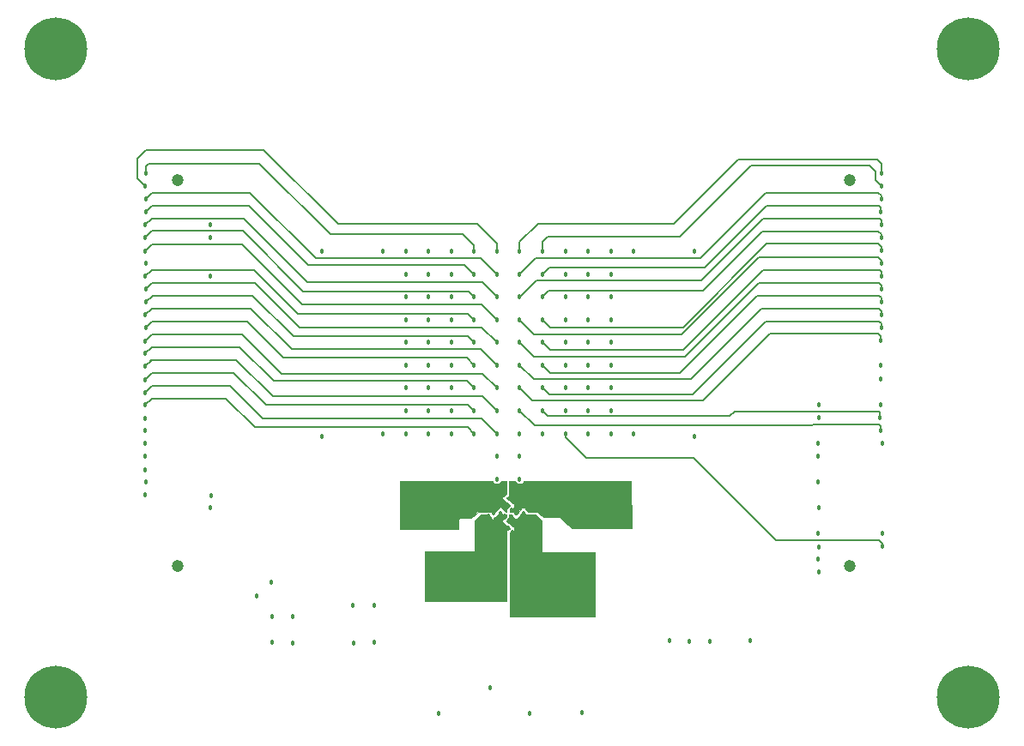
<source format=gbr>
G04 #@! TF.GenerationSoftware,KiCad,Pcbnew,5.1.5+dfsg1-2build2*
G04 #@! TF.CreationDate,2020-09-29T14:15:32-07:00*
G04 #@! TF.ProjectId,PD_ElectrodeBoard_v4,50445f45-6c65-4637-9472-6f6465426f61,4.1*
G04 #@! TF.SameCoordinates,Original*
G04 #@! TF.FileFunction,Copper,L3,Inr*
G04 #@! TF.FilePolarity,Positive*
%FSLAX46Y46*%
G04 Gerber Fmt 4.6, Leading zero omitted, Abs format (unit mm)*
G04 Created by KiCad (PCBNEW 5.1.5+dfsg1-2build2) date 2020-09-29 14:15:32*
%MOMM*%
%LPD*%
G04 APERTURE LIST*
%ADD10C,1.193800*%
%ADD11C,6.200000*%
%ADD12C,0.457200*%
%ADD13C,0.150000*%
%ADD14C,0.100000*%
G04 APERTURE END LIST*
D10*
X167000000Y-106050000D03*
X167000000Y-67950000D03*
D11*
X245000000Y-119000000D03*
X155000000Y-119000000D03*
X245000000Y-55000000D03*
X155000000Y-55000000D03*
D10*
X233300000Y-106050000D03*
X233300000Y-67950000D03*
D12*
X189500000Y-88500000D03*
X191750000Y-90750000D03*
X189500000Y-90750000D03*
X191750000Y-93000000D03*
X200750000Y-75000000D03*
X236430000Y-67305000D03*
X236430000Y-67305000D03*
X207500000Y-75000000D03*
X203000000Y-75000000D03*
X236405000Y-68580000D03*
X209750000Y-75000000D03*
X200750000Y-77250000D03*
X236405000Y-69880000D03*
X212000000Y-75000000D03*
X203000000Y-77250000D03*
X236380000Y-71130000D03*
X207500000Y-77250000D03*
X200750000Y-79500000D03*
X236405000Y-72380000D03*
X218000000Y-75000000D03*
X203000000Y-79500000D03*
X236405000Y-73680000D03*
X209750000Y-77250000D03*
X203000000Y-81750000D03*
X236430000Y-74930000D03*
X207500000Y-79500000D03*
X200750000Y-81750000D03*
X236455000Y-76205000D03*
X209750000Y-79500000D03*
X203000000Y-84000000D03*
X236455000Y-77480000D03*
X207500000Y-81750000D03*
X200750000Y-84000000D03*
X236430000Y-78755000D03*
X209750000Y-81750000D03*
X203000000Y-86250000D03*
X236405000Y-80030000D03*
X207500000Y-84000000D03*
X200750000Y-86250000D03*
X236405000Y-81305000D03*
X209750000Y-84000000D03*
X203000000Y-88500000D03*
X236405000Y-82580000D03*
X207500000Y-86250000D03*
X200750000Y-88500000D03*
X236380000Y-83830000D03*
X209750000Y-86250000D03*
X207500000Y-88500000D03*
X205250000Y-75000000D03*
X236355000Y-86305000D03*
X209750000Y-88500000D03*
X205250000Y-77250000D03*
X236330000Y-87630000D03*
X207500000Y-90750000D03*
X209750000Y-90750000D03*
X205250000Y-81750000D03*
X236355000Y-90180000D03*
X205250000Y-84000000D03*
X230240000Y-90170000D03*
X203000000Y-90750000D03*
X236305000Y-91455000D03*
X205250000Y-86250000D03*
X230235000Y-91445000D03*
X200750000Y-90750000D03*
X236380000Y-92705000D03*
X205250000Y-79500000D03*
X236505000Y-93980000D03*
X205250000Y-88500000D03*
X230210000Y-93990000D03*
X205250000Y-90750000D03*
X230180000Y-95240000D03*
X209750000Y-93000000D03*
X207500000Y-93000000D03*
X230205000Y-97780000D03*
X212000000Y-93000000D03*
X203000000Y-93000000D03*
X230230000Y-100330000D03*
X218000000Y-93250000D03*
X200750000Y-93000000D03*
X236530000Y-102880000D03*
X200750000Y-95250000D03*
X230205000Y-102880000D03*
X205250000Y-93000000D03*
X236530000Y-104130000D03*
X200750000Y-97500000D03*
X230250000Y-104175000D03*
X207860000Y-100710000D03*
X206830000Y-98180000D03*
X209730000Y-100200000D03*
X209720000Y-99700000D03*
X208790000Y-98680000D03*
X206830000Y-99200000D03*
X208790000Y-99190000D03*
X209710000Y-99190000D03*
X207840000Y-99190000D03*
X206830000Y-98690000D03*
X206830000Y-99720000D03*
X209710000Y-98680000D03*
X207850000Y-99710000D03*
X207860000Y-100210000D03*
X208790000Y-100200000D03*
X208790000Y-98150000D03*
X208790000Y-101200000D03*
X207840000Y-98160000D03*
X206830000Y-100220000D03*
X206830000Y-100720000D03*
X209730000Y-100700000D03*
X209710000Y-98150000D03*
X206830000Y-101220000D03*
X207860000Y-101200000D03*
X208790000Y-99700000D03*
X209730000Y-101190000D03*
X207840000Y-98680000D03*
X208790000Y-100700000D03*
X199990000Y-100580000D03*
X201950000Y-100490000D03*
X201960000Y-100010000D03*
X201960000Y-99500000D03*
X201370000Y-99780000D03*
X201360000Y-99250000D03*
X200860000Y-99250000D03*
X200860000Y-99770000D03*
X200380000Y-99370000D03*
X199940000Y-99040000D03*
X199940000Y-99540000D03*
X200380000Y-99890000D03*
X200750000Y-100260000D03*
X200380000Y-100820000D03*
X201440000Y-100310000D03*
X201120000Y-98790000D03*
X201960000Y-99000000D03*
X230180000Y-105430000D03*
X205230000Y-108980000D03*
X206730000Y-108980000D03*
X203230000Y-108980000D03*
X202230000Y-108980000D03*
X202730000Y-108980000D03*
X204230000Y-108980000D03*
X203730000Y-108980000D03*
X201230000Y-108980000D03*
X201730000Y-108980000D03*
X204730000Y-108980000D03*
X205730000Y-108980000D03*
X206230000Y-108980000D03*
X205230000Y-107780000D03*
X206730000Y-107780000D03*
X203230000Y-107780000D03*
X202230000Y-107780000D03*
X202730000Y-107780000D03*
X204230000Y-107780000D03*
X203730000Y-107780000D03*
X201230000Y-107780000D03*
X201730000Y-107780000D03*
X204730000Y-107780000D03*
X205730000Y-107780000D03*
X206230000Y-107780000D03*
X206730000Y-106480000D03*
X206230000Y-106480000D03*
X205730000Y-106480000D03*
X205230000Y-106480000D03*
X204730000Y-106480000D03*
X204230000Y-106480000D03*
X203730000Y-106480000D03*
X203230000Y-106480000D03*
X202730000Y-106480000D03*
X202230000Y-106480000D03*
X201730000Y-106480000D03*
X201230000Y-106480000D03*
X201960000Y-101380000D03*
X201950000Y-102340000D03*
X201960000Y-102830000D03*
X201120000Y-100930000D03*
X200990000Y-101380000D03*
X201470000Y-101380000D03*
X200480000Y-101650000D03*
X200990000Y-101850000D03*
X201470000Y-101850000D03*
X201000000Y-102330000D03*
X201470000Y-102340000D03*
X201470000Y-102820000D03*
X200990000Y-102820000D03*
X200500000Y-102820000D03*
X200020000Y-102810000D03*
X200370000Y-102290000D03*
X200050000Y-101920000D03*
X199670000Y-101630000D03*
X199920000Y-101240000D03*
X201960000Y-101850000D03*
X230230000Y-106680000D03*
X191750000Y-75000000D03*
X196250000Y-75000000D03*
X163865000Y-67315000D03*
X189500000Y-75000000D03*
X198500000Y-75000000D03*
X163835000Y-68585000D03*
X187250000Y-75000000D03*
X198500000Y-77250000D03*
X163855000Y-69855000D03*
X181250000Y-75000000D03*
X196250000Y-77250000D03*
X163875000Y-71125000D03*
X194000000Y-75000000D03*
X170260000Y-72400000D03*
X198500000Y-79500000D03*
X163830000Y-72380000D03*
X194000000Y-77250000D03*
X170260000Y-73640000D03*
X196250000Y-79500000D03*
X163845000Y-73665000D03*
X191750000Y-77250000D03*
X198500000Y-81750000D03*
X163830000Y-74980000D03*
X189500000Y-77250000D03*
X194000000Y-79500000D03*
X163855000Y-76205000D03*
X194000000Y-81750000D03*
X170220000Y-77460000D03*
X196250000Y-81750000D03*
X163835000Y-77475000D03*
X191750000Y-79500000D03*
X198500000Y-84000000D03*
X163865000Y-78745000D03*
X189500000Y-79500000D03*
X196250000Y-84000000D03*
X163895000Y-80015000D03*
X191750000Y-81750000D03*
X198500000Y-86250000D03*
X163835000Y-81285000D03*
X191750000Y-84000000D03*
X196250000Y-86250000D03*
X163855000Y-82555000D03*
X189500000Y-84000000D03*
X198500000Y-88500000D03*
X163830000Y-83880000D03*
X191750000Y-86250000D03*
X196250000Y-88500000D03*
X163845000Y-85095000D03*
X189500000Y-86250000D03*
X198500000Y-90750000D03*
X163830000Y-86380000D03*
X191750000Y-88500000D03*
X196250000Y-90750000D03*
X163830000Y-87680000D03*
X198500000Y-93000000D03*
X163830000Y-88980000D03*
X196250000Y-93000000D03*
X163830000Y-90180000D03*
X194000000Y-84000000D03*
X163830000Y-91480000D03*
X194000000Y-86250000D03*
X163830000Y-92680000D03*
X187250000Y-93000000D03*
X194000000Y-88500000D03*
X163830000Y-93980000D03*
X181250000Y-93250000D03*
X194000000Y-90750000D03*
X163830000Y-95280000D03*
X189500000Y-93000000D03*
X194000000Y-93000000D03*
X163830000Y-96580000D03*
X198500000Y-95250000D03*
X163855000Y-97805000D03*
X191950000Y-99650000D03*
X189990000Y-99660000D03*
X192870000Y-99650000D03*
X191000000Y-99650000D03*
X192880000Y-100160000D03*
X191950000Y-100660000D03*
X189990000Y-101180000D03*
X191010000Y-100170000D03*
X191000000Y-99140000D03*
X191950000Y-98610000D03*
X189990000Y-100680000D03*
X191020000Y-100670000D03*
X191020000Y-101660000D03*
X189990000Y-101680000D03*
X191000000Y-98620000D03*
X191950000Y-100160000D03*
X192890000Y-101650000D03*
X189990000Y-98640000D03*
X189990000Y-100180000D03*
X191020000Y-101170000D03*
X191950000Y-99140000D03*
X189990000Y-99150000D03*
X192870000Y-99140000D03*
X192890000Y-101160000D03*
X191950000Y-101660000D03*
X192870000Y-98610000D03*
X192890000Y-100660000D03*
X191950000Y-101160000D03*
X197180000Y-99980000D03*
X197180000Y-100450000D03*
X197650000Y-100010000D03*
X197180000Y-99510000D03*
X197180000Y-99040000D03*
X197650000Y-99060000D03*
X197640000Y-99530000D03*
X198090000Y-99650000D03*
X198540000Y-99530000D03*
X198560000Y-100000000D03*
X198110000Y-100120000D03*
X198430000Y-100460000D03*
X197740000Y-100580000D03*
X198140000Y-100820000D03*
X199040000Y-99680000D03*
X198900000Y-99230000D03*
X198820000Y-98730000D03*
X199250000Y-98920000D03*
X199000000Y-100150000D03*
X199560000Y-100100000D03*
X199330000Y-100500000D03*
X170350000Y-99110000D03*
X198500000Y-97500000D03*
X163830000Y-99055000D03*
X193030000Y-108980000D03*
X198530000Y-107780000D03*
X198530000Y-108980000D03*
X197030000Y-108980000D03*
X196530000Y-107780000D03*
X195030000Y-107780000D03*
X197030000Y-106480000D03*
X198530000Y-106480000D03*
X196030000Y-108980000D03*
X194530000Y-107780000D03*
X194030000Y-107780000D03*
X194530000Y-108980000D03*
X198030000Y-107780000D03*
X195030000Y-106480000D03*
X194030000Y-106480000D03*
X194530000Y-106480000D03*
X196030000Y-106480000D03*
X195530000Y-106480000D03*
X193030000Y-106480000D03*
X193530000Y-106480000D03*
X196530000Y-106480000D03*
X195030000Y-108980000D03*
X193530000Y-107780000D03*
X197530000Y-106480000D03*
X193530000Y-108980000D03*
X198030000Y-108980000D03*
X195530000Y-108980000D03*
X194030000Y-108980000D03*
X197530000Y-108980000D03*
X197530000Y-107780000D03*
X196030000Y-107780000D03*
X193030000Y-107780000D03*
X196530000Y-108980000D03*
X197030000Y-107780000D03*
X195530000Y-107780000D03*
X198030000Y-106480000D03*
X199060000Y-101960000D03*
X199060000Y-102430000D03*
X199580000Y-102370000D03*
X199310000Y-102840000D03*
X198840000Y-102840000D03*
X198430000Y-102610000D03*
X198450000Y-102120000D03*
X198840000Y-101380000D03*
X199250000Y-101170000D03*
X198870000Y-100910000D03*
X198380000Y-101530000D03*
X198050000Y-101880000D03*
X198040000Y-102350000D03*
X198020000Y-102840000D03*
X197640000Y-102580000D03*
X197640000Y-102120000D03*
X197640000Y-101660000D03*
X197640000Y-101200000D03*
X197190000Y-101290000D03*
X197190000Y-101760000D03*
X197190000Y-102230000D03*
X197190000Y-102690000D03*
X170260000Y-100340000D03*
X223510000Y-113410000D03*
X176230000Y-107680000D03*
X206875000Y-120525000D03*
X217510000Y-113520000D03*
X197825000Y-118110000D03*
X219510000Y-113530000D03*
X201775000Y-120625000D03*
X192800000Y-120600000D03*
X215500000Y-113450000D03*
X174830000Y-109080000D03*
X189500000Y-81750000D03*
X176370000Y-113650000D03*
X176350000Y-111080000D03*
X178370000Y-113700000D03*
X178370000Y-111050000D03*
X184370000Y-113680000D03*
X184320000Y-109970000D03*
X186370000Y-113630000D03*
X186380000Y-109950000D03*
D13*
X236430000Y-66380000D02*
X236430000Y-67305000D01*
X236025000Y-65975000D02*
X236430000Y-66380000D01*
X222300000Y-65975000D02*
X236025000Y-65975000D01*
X216000000Y-72275000D02*
X222300000Y-65975000D01*
X202575000Y-72275000D02*
X216000000Y-72275000D01*
X200750000Y-74100000D02*
X202575000Y-72275000D01*
X200750000Y-75000000D02*
X200750000Y-74100000D01*
X235830000Y-68005000D02*
X236405000Y-68580000D01*
X235830000Y-67155000D02*
X235830000Y-68005000D01*
X235250000Y-66575000D02*
X235830000Y-67155000D01*
X223550000Y-66575000D02*
X235250000Y-66575000D01*
X216550000Y-73575000D02*
X223550000Y-66575000D01*
X203500000Y-73575000D02*
X216550000Y-73575000D01*
X203000000Y-74075000D02*
X203500000Y-73575000D01*
X203000000Y-75000000D02*
X203000000Y-74075000D01*
X202300000Y-75700000D02*
X200750000Y-77250000D01*
X218600000Y-75700000D02*
X202300000Y-75700000D01*
X225050000Y-69250000D02*
X218600000Y-75700000D01*
X236125000Y-69250000D02*
X225050000Y-69250000D01*
X236405000Y-69530000D02*
X236125000Y-69250000D01*
X236405000Y-69880000D02*
X236405000Y-69530000D01*
X219025000Y-76575000D02*
X203675000Y-76575000D01*
X225120000Y-70480000D02*
X219025000Y-76575000D01*
X236155000Y-70480000D02*
X225120000Y-70480000D01*
X236380000Y-70705000D02*
X236155000Y-70480000D01*
X203675000Y-76575000D02*
X203000000Y-77250000D01*
X236380000Y-71130000D02*
X236380000Y-70705000D01*
X200825000Y-79500000D02*
X200750000Y-79500000D01*
X218625000Y-77875000D02*
X202450000Y-77875000D01*
X224725000Y-71775000D02*
X218625000Y-77875000D01*
X202450000Y-77875000D02*
X200825000Y-79500000D01*
X236250000Y-71775000D02*
X224725000Y-71775000D01*
X236405000Y-71930000D02*
X236250000Y-71775000D01*
X236405000Y-72380000D02*
X236405000Y-71930000D01*
X218875000Y-78875000D02*
X203625000Y-78875000D01*
X224700000Y-73050000D02*
X218875000Y-78875000D01*
X203625000Y-78875000D02*
X203000000Y-79500000D01*
X236150000Y-73050000D02*
X224700000Y-73050000D01*
X236405000Y-73305000D02*
X236150000Y-73050000D01*
X236405000Y-73680000D02*
X236405000Y-73305000D01*
X203000000Y-81750000D02*
X203775000Y-82525000D01*
X203775000Y-82525000D02*
X215575000Y-82525000D01*
X215575000Y-82525000D02*
X215650000Y-82525000D01*
X216875000Y-82525000D02*
X215575000Y-82525000D01*
X225120000Y-74280000D02*
X216875000Y-82525000D01*
X236105000Y-74280000D02*
X225120000Y-74280000D01*
X236430000Y-74605000D02*
X236105000Y-74280000D01*
X236430000Y-74930000D02*
X236430000Y-74605000D01*
X202175000Y-83175000D02*
X200750000Y-81750000D01*
X216700000Y-83175000D02*
X202175000Y-83175000D01*
X224320000Y-75555000D02*
X216700000Y-83175000D01*
X236105000Y-75555000D02*
X224320000Y-75555000D01*
X236455000Y-75905000D02*
X236105000Y-75555000D01*
X236455000Y-76205000D02*
X236455000Y-75905000D01*
X203750000Y-84750000D02*
X203000000Y-84000000D01*
X216875000Y-84750000D02*
X203750000Y-84750000D01*
X236250000Y-76850000D02*
X224775000Y-76850000D01*
X224775000Y-76850000D02*
X216875000Y-84750000D01*
X236455000Y-77055000D02*
X236250000Y-76850000D01*
X236455000Y-77480000D02*
X236455000Y-77055000D01*
X224375000Y-78125000D02*
X217100000Y-85400000D01*
X217100000Y-85400000D02*
X202150000Y-85400000D01*
X236175000Y-78125000D02*
X224375000Y-78125000D01*
X236430000Y-78380000D02*
X236175000Y-78125000D01*
X202150000Y-85400000D02*
X200750000Y-84000000D01*
X236430000Y-78755000D02*
X236430000Y-78380000D01*
X203775000Y-87025000D02*
X203000000Y-86250000D01*
X216525000Y-87025000D02*
X203775000Y-87025000D01*
X224150000Y-79400000D02*
X216525000Y-87025000D01*
X236200000Y-79400000D02*
X224150000Y-79400000D01*
X236405000Y-79605000D02*
X236200000Y-79400000D01*
X236405000Y-80030000D02*
X236405000Y-79605000D01*
X202125000Y-87625000D02*
X200750000Y-86250000D01*
X217650000Y-87625000D02*
X202125000Y-87625000D01*
X224600000Y-80675000D02*
X217650000Y-87625000D01*
X236175000Y-80675000D02*
X224600000Y-80675000D01*
X236405000Y-80905000D02*
X236175000Y-80675000D01*
X236405000Y-81305000D02*
X236405000Y-80905000D01*
X203650000Y-89150000D02*
X203000000Y-88500000D01*
X217825000Y-89150000D02*
X203650000Y-89150000D01*
X225025000Y-81950000D02*
X217825000Y-89150000D01*
X236405000Y-82155000D02*
X236200000Y-81950000D01*
X236200000Y-81950000D02*
X225025000Y-81950000D01*
X236405000Y-82580000D02*
X236405000Y-82155000D01*
X200750000Y-88500000D02*
X202000000Y-89750000D01*
X202000000Y-89750000D02*
X214125000Y-89750000D01*
X214125000Y-89750000D02*
X214225000Y-89750000D01*
X218800000Y-89750000D02*
X214125000Y-89750000D01*
X225400000Y-83150000D02*
X218800000Y-89750000D01*
X236150000Y-83150000D02*
X225400000Y-83150000D01*
X236380000Y-83380000D02*
X236150000Y-83150000D01*
X236380000Y-83830000D02*
X236380000Y-83380000D01*
X203525000Y-91275000D02*
X203000000Y-90750000D01*
X221500000Y-91275000D02*
X203525000Y-91275000D01*
X221950000Y-90825000D02*
X221500000Y-91275000D01*
X236175000Y-90825000D02*
X221950000Y-90825000D01*
X236305000Y-90955000D02*
X236175000Y-90825000D01*
X236305000Y-91455000D02*
X236305000Y-90955000D01*
X229625000Y-92225000D02*
X229775000Y-92075000D01*
X202225000Y-92225000D02*
X229625000Y-92225000D01*
X200750000Y-90750000D02*
X202225000Y-92225000D01*
X236380000Y-92705000D02*
X236380000Y-92280000D01*
X236175000Y-92075000D02*
X235925000Y-92075000D01*
X236380000Y-92280000D02*
X236175000Y-92075000D01*
X235925000Y-92075000D02*
X236025000Y-92075000D01*
X229775000Y-92075000D02*
X235925000Y-92075000D01*
X226005000Y-103530000D02*
X236155000Y-103530000D01*
X217900000Y-95425000D02*
X226005000Y-103530000D01*
X207300000Y-95425000D02*
X217900000Y-95425000D01*
X205250000Y-93375000D02*
X207300000Y-95425000D01*
X205250000Y-93000000D02*
X205250000Y-93375000D01*
X236530000Y-103905000D02*
X236155000Y-103530000D01*
X236530000Y-104130000D02*
X236530000Y-103905000D01*
X163865000Y-66635000D02*
X163865000Y-67315000D01*
X175100000Y-66350000D02*
X164150000Y-66350000D01*
X182050000Y-73300000D02*
X175100000Y-66350000D01*
X195100000Y-73300000D02*
X182050000Y-73300000D01*
X196250000Y-74450000D02*
X195100000Y-73300000D01*
X164150000Y-66350000D02*
X163865000Y-66635000D01*
X196250000Y-75000000D02*
X196250000Y-74450000D01*
X163900000Y-64975000D02*
X163030000Y-65845000D01*
X163030000Y-67780000D02*
X163835000Y-68585000D01*
X175525000Y-64975000D02*
X163900000Y-64975000D01*
X163030000Y-65845000D02*
X163030000Y-67780000D01*
X198500000Y-74200000D02*
X196575000Y-72275000D01*
X182825000Y-72275000D02*
X175525000Y-64975000D01*
X196575000Y-72275000D02*
X182825000Y-72275000D01*
X198500000Y-75000000D02*
X198500000Y-74200000D01*
X180630000Y-75700000D02*
X174140000Y-69210000D01*
X196950000Y-75700000D02*
X180630000Y-75700000D01*
X198500000Y-77250000D02*
X196950000Y-75700000D01*
X164500000Y-69210000D02*
X163855000Y-69855000D01*
X165700000Y-69210000D02*
X164500000Y-69210000D01*
X174140000Y-69210000D02*
X165700000Y-69210000D01*
X179875000Y-76325000D02*
X174050000Y-70500000D01*
X195325000Y-76325000D02*
X179875000Y-76325000D01*
X196250000Y-77250000D02*
X195325000Y-76325000D01*
X164500000Y-70500000D02*
X163875000Y-71125000D01*
X165410000Y-70500000D02*
X164500000Y-70500000D01*
X174050000Y-70500000D02*
X165410000Y-70500000D01*
X179840000Y-78070000D02*
X173540000Y-71770000D01*
X197070000Y-78070000D02*
X179840000Y-78070000D01*
X198500000Y-79500000D02*
X197070000Y-78070000D01*
X164440000Y-71770000D02*
X163830000Y-72380000D01*
X164940000Y-71770000D02*
X164440000Y-71770000D01*
X173540000Y-71770000D02*
X164940000Y-71770000D01*
X179350000Y-78940000D02*
X173420000Y-73010000D01*
X195690000Y-78940000D02*
X179350000Y-78940000D01*
X196250000Y-79500000D02*
X195690000Y-78940000D01*
X164500000Y-73010000D02*
X163845000Y-73665000D01*
X165400000Y-73010000D02*
X164500000Y-73010000D01*
X173420000Y-73010000D02*
X165400000Y-73010000D01*
X179290000Y-80280000D02*
X173330000Y-74320000D01*
X197030000Y-80280000D02*
X179290000Y-80280000D01*
X198500000Y-81750000D02*
X197030000Y-80280000D01*
X164490000Y-74320000D02*
X163830000Y-74980000D01*
X165090000Y-74320000D02*
X164490000Y-74320000D01*
X173330000Y-74320000D02*
X165090000Y-74320000D01*
X178910000Y-81180000D02*
X174580000Y-76850000D01*
X195680000Y-81180000D02*
X178910000Y-81180000D01*
X196250000Y-81750000D02*
X195680000Y-81180000D01*
X164460000Y-76850000D02*
X163835000Y-77475000D01*
X165160000Y-76850000D02*
X164460000Y-76850000D01*
X174580000Y-76850000D02*
X165160000Y-76850000D01*
X179010000Y-82500000D02*
X174630000Y-78120000D01*
X197000000Y-82500000D02*
X179010000Y-82500000D01*
X198500000Y-84000000D02*
X197000000Y-82500000D01*
X164490000Y-78120000D02*
X163865000Y-78745000D01*
X165590000Y-78120000D02*
X164490000Y-78120000D01*
X174630000Y-78120000D02*
X165590000Y-78120000D01*
X178410000Y-83380000D02*
X174410000Y-79380000D01*
X195630000Y-83380000D02*
X178410000Y-83380000D01*
X196250000Y-84000000D02*
X195630000Y-83380000D01*
X164530000Y-79380000D02*
X163895000Y-80015000D01*
X165230000Y-79380000D02*
X164530000Y-79380000D01*
X174410000Y-79380000D02*
X165230000Y-79380000D01*
X178260000Y-84680000D02*
X174230000Y-80650000D01*
X196930000Y-84680000D02*
X178260000Y-84680000D01*
X198500000Y-86250000D02*
X196930000Y-84680000D01*
X164470000Y-80650000D02*
X163835000Y-81285000D01*
X165460000Y-80650000D02*
X164470000Y-80650000D01*
X174230000Y-80650000D02*
X165460000Y-80650000D01*
X177440000Y-85520000D02*
X173840000Y-81920000D01*
X195520000Y-85520000D02*
X177440000Y-85520000D01*
X196250000Y-86250000D02*
X195520000Y-85520000D01*
X164490000Y-81920000D02*
X163855000Y-82555000D01*
X165870000Y-81920000D02*
X164490000Y-81920000D01*
X173840000Y-81920000D02*
X165870000Y-81920000D01*
X198500000Y-88500000D02*
X197090000Y-87090000D01*
X197090000Y-87090000D02*
X180480000Y-87090000D01*
X180480000Y-87090000D02*
X180360000Y-87090000D01*
X177230000Y-87090000D02*
X173350000Y-83210000D01*
X180480000Y-87090000D02*
X177230000Y-87090000D01*
X164500000Y-83210000D02*
X163830000Y-83880000D01*
X165200000Y-83210000D02*
X164500000Y-83210000D01*
X173350000Y-83210000D02*
X165200000Y-83210000D01*
X176510000Y-87820000D02*
X173140000Y-84450000D01*
X195570000Y-87820000D02*
X176510000Y-87820000D01*
X196250000Y-88500000D02*
X195570000Y-87820000D01*
X164490000Y-84450000D02*
X163845000Y-85095000D01*
X165460000Y-84450000D02*
X164490000Y-84450000D01*
X173140000Y-84450000D02*
X165460000Y-84450000D01*
X165460000Y-84450000D02*
X164360000Y-84450000D01*
X176380000Y-89310000D02*
X172820000Y-85750000D01*
X197060000Y-89310000D02*
X176380000Y-89310000D01*
X198500000Y-90750000D02*
X197060000Y-89310000D01*
X164460000Y-85750000D02*
X163830000Y-86380000D01*
X165360000Y-85750000D02*
X164460000Y-85750000D01*
X172820000Y-85750000D02*
X165360000Y-85750000D01*
X165360000Y-85750000D02*
X164300000Y-85750000D01*
X175730000Y-90180000D02*
X172540000Y-86990000D01*
X195680000Y-90180000D02*
X175730000Y-90180000D01*
X196250000Y-90750000D02*
X195680000Y-90180000D01*
X164520000Y-86990000D02*
X163830000Y-87680000D01*
X165220000Y-86990000D02*
X164520000Y-86990000D01*
X172540000Y-86990000D02*
X165220000Y-86990000D01*
X198500000Y-93000000D02*
X197000000Y-91500000D01*
X197000000Y-91500000D02*
X180930000Y-91500000D01*
X180930000Y-91500000D02*
X180840000Y-91500000D01*
X175390000Y-91500000D02*
X172190000Y-88300000D01*
X180930000Y-91500000D02*
X175390000Y-91500000D01*
X164510000Y-88300000D02*
X163830000Y-88980000D01*
X165110000Y-88300000D02*
X164510000Y-88300000D01*
X172190000Y-88300000D02*
X165110000Y-88300000D01*
X174600000Y-92370000D02*
X171780000Y-89550000D01*
X195620000Y-92370000D02*
X174600000Y-92370000D01*
X196250000Y-93000000D02*
X195620000Y-92370000D01*
X164460000Y-89550000D02*
X163830000Y-90180000D01*
X165300000Y-89550000D02*
X164460000Y-89550000D01*
X171780000Y-89550000D02*
X165300000Y-89550000D01*
D14*
G36*
X211769576Y-102330168D02*
G01*
X205850237Y-102349932D01*
X204764863Y-101294159D01*
X204757201Y-101288046D01*
X204748494Y-101283546D01*
X204739076Y-101280831D01*
X204730000Y-101280000D01*
X203078108Y-101280000D01*
X202530889Y-100767525D01*
X202494750Y-100739423D01*
X202451079Y-100717181D01*
X202403909Y-100703886D01*
X202355050Y-100700049D01*
X202308640Y-100700968D01*
X202305486Y-100700302D01*
X202300000Y-100700000D01*
X202250000Y-100700000D01*
X202240245Y-100700961D01*
X202235443Y-100702418D01*
X201575627Y-100715483D01*
X201571882Y-100711664D01*
X201563786Y-100706138D01*
X201556907Y-100703209D01*
X201249416Y-100309236D01*
X201242657Y-100302138D01*
X201234643Y-100296494D01*
X201225682Y-100292523D01*
X201216118Y-100290376D01*
X201210000Y-100290000D01*
X201040000Y-100290000D01*
X201030245Y-100290961D01*
X201020866Y-100293806D01*
X201012221Y-100298427D01*
X201004645Y-100304645D01*
X201001010Y-100308698D01*
X200446021Y-101000000D01*
X200335245Y-101000000D01*
X200291753Y-100934910D01*
X200225090Y-100868247D01*
X200221349Y-100865747D01*
X200139631Y-100759514D01*
X200132922Y-100752369D01*
X200124948Y-100746669D01*
X200116015Y-100742634D01*
X200106467Y-100740420D01*
X200105581Y-100740362D01*
X200065671Y-100719030D01*
X200018773Y-100704804D01*
X199970000Y-100700000D01*
X199780000Y-100700000D01*
X199780000Y-100664247D01*
X199790208Y-100639603D01*
X199806981Y-100555276D01*
X200179720Y-100279774D01*
X200186993Y-100273203D01*
X200192845Y-100265340D01*
X200197050Y-100256486D01*
X200199447Y-100246982D01*
X200200000Y-100239565D01*
X200200000Y-100010000D01*
X200199039Y-100000245D01*
X200196194Y-99990866D01*
X200191573Y-99982221D01*
X200185355Y-99974645D01*
X200181235Y-99970957D01*
X199429336Y-99369438D01*
X199443232Y-99357994D01*
X199476702Y-99344130D01*
X199555090Y-99291753D01*
X199621753Y-99225090D01*
X199642722Y-99193708D01*
X199721785Y-99128597D01*
X199728704Y-99121654D01*
X199734136Y-99113495D01*
X199737872Y-99104433D01*
X199740000Y-99090000D01*
X199740000Y-97719887D01*
X200322500Y-97718566D01*
X200325870Y-97726702D01*
X200378247Y-97805090D01*
X200444910Y-97871753D01*
X200523298Y-97924130D01*
X200610397Y-97960208D01*
X200702862Y-97978600D01*
X200797138Y-97978600D01*
X200889603Y-97960208D01*
X200976702Y-97924130D01*
X201055090Y-97871753D01*
X201121753Y-97805090D01*
X201174130Y-97726702D01*
X201178304Y-97716625D01*
X204100113Y-97710000D01*
X211730422Y-97710000D01*
X211769576Y-102330168D01*
G37*
X211769576Y-102330168D02*
X205850237Y-102349932D01*
X204764863Y-101294159D01*
X204757201Y-101288046D01*
X204748494Y-101283546D01*
X204739076Y-101280831D01*
X204730000Y-101280000D01*
X203078108Y-101280000D01*
X202530889Y-100767525D01*
X202494750Y-100739423D01*
X202451079Y-100717181D01*
X202403909Y-100703886D01*
X202355050Y-100700049D01*
X202308640Y-100700968D01*
X202305486Y-100700302D01*
X202300000Y-100700000D01*
X202250000Y-100700000D01*
X202240245Y-100700961D01*
X202235443Y-100702418D01*
X201575627Y-100715483D01*
X201571882Y-100711664D01*
X201563786Y-100706138D01*
X201556907Y-100703209D01*
X201249416Y-100309236D01*
X201242657Y-100302138D01*
X201234643Y-100296494D01*
X201225682Y-100292523D01*
X201216118Y-100290376D01*
X201210000Y-100290000D01*
X201040000Y-100290000D01*
X201030245Y-100290961D01*
X201020866Y-100293806D01*
X201012221Y-100298427D01*
X201004645Y-100304645D01*
X201001010Y-100308698D01*
X200446021Y-101000000D01*
X200335245Y-101000000D01*
X200291753Y-100934910D01*
X200225090Y-100868247D01*
X200221349Y-100865747D01*
X200139631Y-100759514D01*
X200132922Y-100752369D01*
X200124948Y-100746669D01*
X200116015Y-100742634D01*
X200106467Y-100740420D01*
X200105581Y-100740362D01*
X200065671Y-100719030D01*
X200018773Y-100704804D01*
X199970000Y-100700000D01*
X199780000Y-100700000D01*
X199780000Y-100664247D01*
X199790208Y-100639603D01*
X199806981Y-100555276D01*
X200179720Y-100279774D01*
X200186993Y-100273203D01*
X200192845Y-100265340D01*
X200197050Y-100256486D01*
X200199447Y-100246982D01*
X200200000Y-100239565D01*
X200200000Y-100010000D01*
X200199039Y-100000245D01*
X200196194Y-99990866D01*
X200191573Y-99982221D01*
X200185355Y-99974645D01*
X200181235Y-99970957D01*
X199429336Y-99369438D01*
X199443232Y-99357994D01*
X199476702Y-99344130D01*
X199555090Y-99291753D01*
X199621753Y-99225090D01*
X199642722Y-99193708D01*
X199721785Y-99128597D01*
X199728704Y-99121654D01*
X199734136Y-99113495D01*
X199737872Y-99104433D01*
X199740000Y-99090000D01*
X199740000Y-97719887D01*
X200322500Y-97718566D01*
X200325870Y-97726702D01*
X200378247Y-97805090D01*
X200444910Y-97871753D01*
X200523298Y-97924130D01*
X200610397Y-97960208D01*
X200702862Y-97978600D01*
X200797138Y-97978600D01*
X200889603Y-97960208D01*
X200976702Y-97924130D01*
X201055090Y-97871753D01*
X201121753Y-97805090D01*
X201174130Y-97726702D01*
X201178304Y-97716625D01*
X204100113Y-97710000D01*
X211730422Y-97710000D01*
X211769576Y-102330168D01*
G36*
X201144105Y-100729100D02*
G01*
X201153548Y-100730000D01*
X201165476Y-100730000D01*
X201374006Y-100999351D01*
X201380737Y-101006476D01*
X201388729Y-101012151D01*
X201397674Y-101016157D01*
X201407229Y-101018342D01*
X201414532Y-101018732D01*
X202340662Y-101000393D01*
X202940000Y-101561678D01*
X202940000Y-104650000D01*
X202940961Y-104659755D01*
X202943806Y-104669134D01*
X202948427Y-104677779D01*
X202954645Y-104685355D01*
X202962221Y-104691573D01*
X202970866Y-104696194D01*
X202980245Y-104699039D01*
X202990000Y-104700000D01*
X208170077Y-104700000D01*
X208179922Y-111050000D01*
X199799938Y-111050000D01*
X199790000Y-103099938D01*
X199789980Y-103098572D01*
X199789929Y-103096785D01*
X199790000Y-103050383D01*
X199788626Y-103023829D01*
X199787553Y-103013637D01*
X199784524Y-102907629D01*
X199788600Y-102887138D01*
X199788600Y-102801628D01*
X199806702Y-102794130D01*
X199885090Y-102741753D01*
X199951753Y-102675090D01*
X199960278Y-102662331D01*
X200094338Y-102576761D01*
X200099255Y-102573184D01*
X200201819Y-102488569D01*
X200208732Y-102481620D01*
X200214157Y-102473456D01*
X200217884Y-102464391D01*
X200220000Y-102450000D01*
X200220000Y-102270000D01*
X200219039Y-102260245D01*
X200216194Y-102250866D01*
X200211573Y-102242221D01*
X200205355Y-102234645D01*
X200200844Y-102230647D01*
X199478045Y-101664129D01*
X199473159Y-101634812D01*
X199476194Y-101629134D01*
X199479039Y-101619755D01*
X199479668Y-101613372D01*
X199597423Y-101513062D01*
X199600355Y-101510355D01*
X199725355Y-101385355D01*
X199731573Y-101377779D01*
X199736194Y-101369134D01*
X199739039Y-101359755D01*
X199740000Y-101350000D01*
X199740000Y-101000000D01*
X199757117Y-101000000D01*
X199763298Y-101004130D01*
X199850397Y-101040208D01*
X199942862Y-101058600D01*
X199963820Y-101058600D01*
X200008247Y-101125090D01*
X200074910Y-101191753D01*
X200100534Y-101208874D01*
X200280102Y-101449874D01*
X200286700Y-101457122D01*
X200294586Y-101462943D01*
X200303456Y-101467114D01*
X200312969Y-101469475D01*
X200320196Y-101470000D01*
X200470000Y-101470000D01*
X200479755Y-101469039D01*
X200489134Y-101466194D01*
X200497779Y-101461573D01*
X200505355Y-101455355D01*
X200509870Y-101450172D01*
X201054865Y-100730000D01*
X201124750Y-100730000D01*
X201134505Y-100729039D01*
X201139147Y-100727631D01*
X201144105Y-100729100D01*
G37*
X201144105Y-100729100D02*
X201153548Y-100730000D01*
X201165476Y-100730000D01*
X201374006Y-100999351D01*
X201380737Y-101006476D01*
X201388729Y-101012151D01*
X201397674Y-101016157D01*
X201407229Y-101018342D01*
X201414532Y-101018732D01*
X202340662Y-101000393D01*
X202940000Y-101561678D01*
X202940000Y-104650000D01*
X202940961Y-104659755D01*
X202943806Y-104669134D01*
X202948427Y-104677779D01*
X202954645Y-104685355D01*
X202962221Y-104691573D01*
X202970866Y-104696194D01*
X202980245Y-104699039D01*
X202990000Y-104700000D01*
X208170077Y-104700000D01*
X208179922Y-111050000D01*
X199799938Y-111050000D01*
X199790000Y-103099938D01*
X199789980Y-103098572D01*
X199789929Y-103096785D01*
X199790000Y-103050383D01*
X199788626Y-103023829D01*
X199787553Y-103013637D01*
X199784524Y-102907629D01*
X199788600Y-102887138D01*
X199788600Y-102801628D01*
X199806702Y-102794130D01*
X199885090Y-102741753D01*
X199951753Y-102675090D01*
X199960278Y-102662331D01*
X200094338Y-102576761D01*
X200099255Y-102573184D01*
X200201819Y-102488569D01*
X200208732Y-102481620D01*
X200214157Y-102473456D01*
X200217884Y-102464391D01*
X200220000Y-102450000D01*
X200220000Y-102270000D01*
X200219039Y-102260245D01*
X200216194Y-102250866D01*
X200211573Y-102242221D01*
X200205355Y-102234645D01*
X200200844Y-102230647D01*
X199478045Y-101664129D01*
X199473159Y-101634812D01*
X199476194Y-101629134D01*
X199479039Y-101619755D01*
X199479668Y-101613372D01*
X199597423Y-101513062D01*
X199600355Y-101510355D01*
X199725355Y-101385355D01*
X199731573Y-101377779D01*
X199736194Y-101369134D01*
X199739039Y-101359755D01*
X199740000Y-101350000D01*
X199740000Y-101000000D01*
X199757117Y-101000000D01*
X199763298Y-101004130D01*
X199850397Y-101040208D01*
X199942862Y-101058600D01*
X199963820Y-101058600D01*
X200008247Y-101125090D01*
X200074910Y-101191753D01*
X200100534Y-101208874D01*
X200280102Y-101449874D01*
X200286700Y-101457122D01*
X200294586Y-101462943D01*
X200303456Y-101467114D01*
X200312969Y-101469475D01*
X200320196Y-101470000D01*
X200470000Y-101470000D01*
X200479755Y-101469039D01*
X200489134Y-101466194D01*
X200497779Y-101461573D01*
X200505355Y-101455355D01*
X200509870Y-101450172D01*
X201054865Y-100730000D01*
X201124750Y-100730000D01*
X201134505Y-100729039D01*
X201139147Y-100727631D01*
X201144105Y-100729100D01*
G36*
X198075870Y-97726702D02*
G01*
X198128247Y-97805090D01*
X198194910Y-97871753D01*
X198273298Y-97924130D01*
X198360397Y-97960208D01*
X198452862Y-97978600D01*
X198547138Y-97978600D01*
X198639603Y-97960208D01*
X198726702Y-97924130D01*
X198805090Y-97871753D01*
X198871753Y-97805090D01*
X198924130Y-97726702D01*
X198926906Y-97720000D01*
X199440000Y-97720000D01*
X199440000Y-98972018D01*
X199191073Y-99177017D01*
X199154783Y-99213826D01*
X199150733Y-99220054D01*
X199059475Y-99290399D01*
X199052335Y-99297116D01*
X199046644Y-99305095D01*
X199042618Y-99314032D01*
X199040413Y-99323583D01*
X199040000Y-99330000D01*
X199040000Y-99460000D01*
X199040961Y-99469755D01*
X199043806Y-99479134D01*
X199048427Y-99487779D01*
X199054645Y-99495355D01*
X199058510Y-99498838D01*
X199780959Y-100084608D01*
X199780961Y-100084627D01*
X199783806Y-100094006D01*
X199788427Y-100102651D01*
X199794645Y-100110227D01*
X199799018Y-100114116D01*
X199799162Y-100114230D01*
X199799162Y-100141014D01*
X199763298Y-100155870D01*
X199684910Y-100208247D01*
X199618247Y-100274910D01*
X199587814Y-100320456D01*
X199488215Y-100402479D01*
X199481296Y-100409421D01*
X199475864Y-100417580D01*
X199472128Y-100426642D01*
X199470000Y-100441075D01*
X199470000Y-100710000D01*
X199390105Y-100710000D01*
X199389603Y-100709792D01*
X199297517Y-100691475D01*
X199294130Y-100683298D01*
X199241753Y-100604910D01*
X199175090Y-100538247D01*
X199173420Y-100537131D01*
X198979375Y-100289185D01*
X198972607Y-100282095D01*
X198964585Y-100276462D01*
X198955619Y-100272502D01*
X198946053Y-100270368D01*
X198940000Y-100270000D01*
X198789162Y-100270000D01*
X198779407Y-100270961D01*
X198770028Y-100273806D01*
X198761383Y-100278427D01*
X198750888Y-100287827D01*
X198407044Y-100696883D01*
X198406620Y-100697394D01*
X198211596Y-100935757D01*
X198206600Y-100938427D01*
X198196104Y-100947828D01*
X198185873Y-100960000D01*
X198063523Y-100960000D01*
X197906363Y-100759185D01*
X197899595Y-100752095D01*
X197891573Y-100746462D01*
X197882607Y-100742502D01*
X197873041Y-100740368D01*
X197866988Y-100740000D01*
X197816194Y-100740000D01*
X197795671Y-100729030D01*
X197748773Y-100714804D01*
X197700000Y-100710000D01*
X196960000Y-100710000D01*
X196911227Y-100714804D01*
X196892608Y-100720452D01*
X196869549Y-100721861D01*
X196821725Y-100732570D01*
X196804936Y-100740000D01*
X196700000Y-100740000D01*
X196690245Y-100740961D01*
X196680866Y-100743806D01*
X196672221Y-100748427D01*
X196667075Y-100752371D01*
X195961213Y-101370000D01*
X194780000Y-101370000D01*
X194770245Y-101370961D01*
X194760866Y-101373806D01*
X194752221Y-101378427D01*
X194744645Y-101384645D01*
X194738427Y-101392221D01*
X194733806Y-101400866D01*
X194730961Y-101410245D01*
X194730000Y-101420000D01*
X194730000Y-102420000D01*
X188980000Y-102420000D01*
X188980000Y-97730000D01*
X194530000Y-97730000D01*
X194530746Y-97729994D01*
X195200344Y-97720000D01*
X198073094Y-97720000D01*
X198075870Y-97726702D01*
G37*
X198075870Y-97726702D02*
X198128247Y-97805090D01*
X198194910Y-97871753D01*
X198273298Y-97924130D01*
X198360397Y-97960208D01*
X198452862Y-97978600D01*
X198547138Y-97978600D01*
X198639603Y-97960208D01*
X198726702Y-97924130D01*
X198805090Y-97871753D01*
X198871753Y-97805090D01*
X198924130Y-97726702D01*
X198926906Y-97720000D01*
X199440000Y-97720000D01*
X199440000Y-98972018D01*
X199191073Y-99177017D01*
X199154783Y-99213826D01*
X199150733Y-99220054D01*
X199059475Y-99290399D01*
X199052335Y-99297116D01*
X199046644Y-99305095D01*
X199042618Y-99314032D01*
X199040413Y-99323583D01*
X199040000Y-99330000D01*
X199040000Y-99460000D01*
X199040961Y-99469755D01*
X199043806Y-99479134D01*
X199048427Y-99487779D01*
X199054645Y-99495355D01*
X199058510Y-99498838D01*
X199780959Y-100084608D01*
X199780961Y-100084627D01*
X199783806Y-100094006D01*
X199788427Y-100102651D01*
X199794645Y-100110227D01*
X199799018Y-100114116D01*
X199799162Y-100114230D01*
X199799162Y-100141014D01*
X199763298Y-100155870D01*
X199684910Y-100208247D01*
X199618247Y-100274910D01*
X199587814Y-100320456D01*
X199488215Y-100402479D01*
X199481296Y-100409421D01*
X199475864Y-100417580D01*
X199472128Y-100426642D01*
X199470000Y-100441075D01*
X199470000Y-100710000D01*
X199390105Y-100710000D01*
X199389603Y-100709792D01*
X199297517Y-100691475D01*
X199294130Y-100683298D01*
X199241753Y-100604910D01*
X199175090Y-100538247D01*
X199173420Y-100537131D01*
X198979375Y-100289185D01*
X198972607Y-100282095D01*
X198964585Y-100276462D01*
X198955619Y-100272502D01*
X198946053Y-100270368D01*
X198940000Y-100270000D01*
X198789162Y-100270000D01*
X198779407Y-100270961D01*
X198770028Y-100273806D01*
X198761383Y-100278427D01*
X198750888Y-100287827D01*
X198407044Y-100696883D01*
X198406620Y-100697394D01*
X198211596Y-100935757D01*
X198206600Y-100938427D01*
X198196104Y-100947828D01*
X198185873Y-100960000D01*
X198063523Y-100960000D01*
X197906363Y-100759185D01*
X197899595Y-100752095D01*
X197891573Y-100746462D01*
X197882607Y-100742502D01*
X197873041Y-100740368D01*
X197866988Y-100740000D01*
X197816194Y-100740000D01*
X197795671Y-100729030D01*
X197748773Y-100714804D01*
X197700000Y-100710000D01*
X196960000Y-100710000D01*
X196911227Y-100714804D01*
X196892608Y-100720452D01*
X196869549Y-100721861D01*
X196821725Y-100732570D01*
X196804936Y-100740000D01*
X196700000Y-100740000D01*
X196690245Y-100740961D01*
X196680866Y-100743806D01*
X196672221Y-100748427D01*
X196667075Y-100752371D01*
X195961213Y-101370000D01*
X194780000Y-101370000D01*
X194770245Y-101370961D01*
X194760866Y-101373806D01*
X194752221Y-101378427D01*
X194744645Y-101384645D01*
X194738427Y-101392221D01*
X194733806Y-101400866D01*
X194730961Y-101410245D01*
X194730000Y-101420000D01*
X194730000Y-102420000D01*
X188980000Y-102420000D01*
X188980000Y-97730000D01*
X194530000Y-97730000D01*
X194530746Y-97729994D01*
X195200344Y-97720000D01*
X198073094Y-97720000D01*
X198075870Y-97726702D01*
G36*
X198958247Y-100805090D02*
G01*
X199024910Y-100871753D01*
X199050022Y-100888532D01*
X199142550Y-100993129D01*
X199149733Y-100999798D01*
X199158079Y-101004938D01*
X199167267Y-101008352D01*
X199180000Y-101010000D01*
X199420000Y-101010000D01*
X199420000Y-101221437D01*
X199364910Y-101258247D01*
X199320734Y-101302423D01*
X199039371Y-101520479D01*
X199032250Y-101527214D01*
X199026579Y-101535209D01*
X199022577Y-101544156D01*
X199020397Y-101553712D01*
X199020000Y-101560000D01*
X199020000Y-101710000D01*
X199020961Y-101719755D01*
X199023806Y-101729134D01*
X199028427Y-101737779D01*
X199034645Y-101745355D01*
X199038571Y-101748887D01*
X199688571Y-102274229D01*
X199689228Y-102274751D01*
X199750000Y-102322204D01*
X199750000Y-102414801D01*
X199714910Y-102438247D01*
X199691475Y-102461682D01*
X199489109Y-102620684D01*
X199482032Y-102627466D01*
X199476415Y-102635498D01*
X199472472Y-102644472D01*
X199470356Y-102654043D01*
X199470000Y-102660000D01*
X199470000Y-102860000D01*
X199470275Y-102865234D01*
X199489996Y-103052583D01*
X199480076Y-109530000D01*
X191440000Y-109530000D01*
X191440000Y-104660000D01*
X196250000Y-104660000D01*
X196259755Y-104659039D01*
X196269134Y-104656194D01*
X196277779Y-104651573D01*
X196285355Y-104645355D01*
X196291573Y-104637779D01*
X196296194Y-104629134D01*
X196299039Y-104619755D01*
X196300000Y-104610000D01*
X196300000Y-101552919D01*
X196918567Y-101020000D01*
X196960000Y-101020000D01*
X196969755Y-101019039D01*
X196979134Y-101016194D01*
X196987779Y-101011573D01*
X196989696Y-101010000D01*
X197527469Y-101010000D01*
X197600397Y-101040208D01*
X197692862Y-101058600D01*
X197713674Y-101058600D01*
X198020625Y-101450815D01*
X198027393Y-101457905D01*
X198035415Y-101463538D01*
X198044381Y-101467498D01*
X198053947Y-101469632D01*
X198060000Y-101470000D01*
X198210000Y-101470000D01*
X198219755Y-101469039D01*
X198229134Y-101466194D01*
X198237779Y-101461573D01*
X198245355Y-101455355D01*
X198248938Y-101451366D01*
X198813927Y-100750000D01*
X198921437Y-100750000D01*
X198958247Y-100805090D01*
G37*
X198958247Y-100805090D02*
X199024910Y-100871753D01*
X199050022Y-100888532D01*
X199142550Y-100993129D01*
X199149733Y-100999798D01*
X199158079Y-101004938D01*
X199167267Y-101008352D01*
X199180000Y-101010000D01*
X199420000Y-101010000D01*
X199420000Y-101221437D01*
X199364910Y-101258247D01*
X199320734Y-101302423D01*
X199039371Y-101520479D01*
X199032250Y-101527214D01*
X199026579Y-101535209D01*
X199022577Y-101544156D01*
X199020397Y-101553712D01*
X199020000Y-101560000D01*
X199020000Y-101710000D01*
X199020961Y-101719755D01*
X199023806Y-101729134D01*
X199028427Y-101737779D01*
X199034645Y-101745355D01*
X199038571Y-101748887D01*
X199688571Y-102274229D01*
X199689228Y-102274751D01*
X199750000Y-102322204D01*
X199750000Y-102414801D01*
X199714910Y-102438247D01*
X199691475Y-102461682D01*
X199489109Y-102620684D01*
X199482032Y-102627466D01*
X199476415Y-102635498D01*
X199472472Y-102644472D01*
X199470356Y-102654043D01*
X199470000Y-102660000D01*
X199470000Y-102860000D01*
X199470275Y-102865234D01*
X199489996Y-103052583D01*
X199480076Y-109530000D01*
X191440000Y-109530000D01*
X191440000Y-104660000D01*
X196250000Y-104660000D01*
X196259755Y-104659039D01*
X196269134Y-104656194D01*
X196277779Y-104651573D01*
X196285355Y-104645355D01*
X196291573Y-104637779D01*
X196296194Y-104629134D01*
X196299039Y-104619755D01*
X196300000Y-104610000D01*
X196300000Y-101552919D01*
X196918567Y-101020000D01*
X196960000Y-101020000D01*
X196969755Y-101019039D01*
X196979134Y-101016194D01*
X196987779Y-101011573D01*
X196989696Y-101010000D01*
X197527469Y-101010000D01*
X197600397Y-101040208D01*
X197692862Y-101058600D01*
X197713674Y-101058600D01*
X198020625Y-101450815D01*
X198027393Y-101457905D01*
X198035415Y-101463538D01*
X198044381Y-101467498D01*
X198053947Y-101469632D01*
X198060000Y-101470000D01*
X198210000Y-101470000D01*
X198219755Y-101469039D01*
X198229134Y-101466194D01*
X198237779Y-101461573D01*
X198245355Y-101455355D01*
X198248938Y-101451366D01*
X198813927Y-100750000D01*
X198921437Y-100750000D01*
X198958247Y-100805090D01*
M02*

</source>
